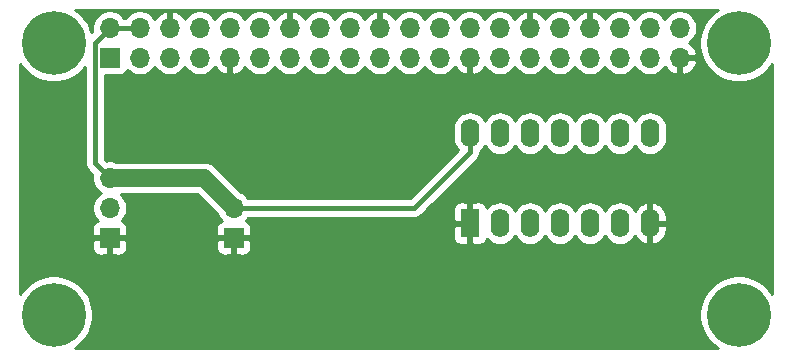
<source format=gbr>
%TF.GenerationSoftware,KiCad,Pcbnew,(5.1.8)-1*%
%TF.CreationDate,2021-09-28T21:47:29+01:00*%
%TF.ProjectId,pixel_pi_hat,70697865-6c5f-4706-995f-6861742e6b69,rev?*%
%TF.SameCoordinates,Original*%
%TF.FileFunction,Copper,L1,Top*%
%TF.FilePolarity,Positive*%
%FSLAX46Y46*%
G04 Gerber Fmt 4.6, Leading zero omitted, Abs format (unit mm)*
G04 Created by KiCad (PCBNEW (5.1.8)-1) date 2021-09-28 21:47:29*
%MOMM*%
%LPD*%
G01*
G04 APERTURE LIST*
%TA.AperFunction,ComponentPad*%
%ADD10C,5.400000*%
%TD*%
%TA.AperFunction,ComponentPad*%
%ADD11O,1.600000X2.400000*%
%TD*%
%TA.AperFunction,ComponentPad*%
%ADD12R,1.600000X2.400000*%
%TD*%
%TA.AperFunction,ComponentPad*%
%ADD13O,1.700000X1.700000*%
%TD*%
%TA.AperFunction,ComponentPad*%
%ADD14R,1.700000X1.700000*%
%TD*%
%TA.AperFunction,Conductor*%
%ADD15C,1.500000*%
%TD*%
%TA.AperFunction,Conductor*%
%ADD16C,0.400000*%
%TD*%
%TA.AperFunction,Conductor*%
%ADD17C,0.254000*%
%TD*%
%TA.AperFunction,Conductor*%
%ADD18C,0.100000*%
%TD*%
G04 APERTURE END LIST*
D10*
%TO.P,H4,1*%
%TO.N,N/C*%
X111500000Y-62000000D03*
%TD*%
%TO.P,H3,1*%
%TO.N,N/C*%
X53500000Y-62000000D03*
%TD*%
%TO.P,H2,1*%
%TO.N,N/C*%
X111500000Y-39000000D03*
%TD*%
%TO.P,H1,1*%
%TO.N,N/C*%
X53500000Y-39000000D03*
%TD*%
D11*
%TO.P,U1,14*%
%TO.N,+5V*%
X88750000Y-46630000D03*
%TO.P,U1,7*%
%TO.N,GND*%
X103990000Y-54250000D03*
%TO.P,U1,13*%
%TO.N,N/C*%
X91290000Y-46630000D03*
%TO.P,U1,6*%
X101450000Y-54250000D03*
%TO.P,U1,12*%
X93830000Y-46630000D03*
%TO.P,U1,5*%
X98910000Y-54250000D03*
%TO.P,U1,11*%
X96370000Y-46630000D03*
%TO.P,U1,4*%
X96370000Y-54250000D03*
%TO.P,U1,10*%
X98910000Y-46630000D03*
%TO.P,U1,3*%
%TO.N,Net-(J2-Pad2)*%
X93830000Y-54250000D03*
%TO.P,U1,9*%
%TO.N,N/C*%
X101450000Y-46630000D03*
%TO.P,U1,2*%
%TO.N,Net-(J3-Pad12)*%
X91290000Y-54250000D03*
%TO.P,U1,8*%
%TO.N,N/C*%
X103990000Y-46630000D03*
D12*
%TO.P,U1,1*%
%TO.N,GND*%
X88750000Y-54250000D03*
%TD*%
D13*
%TO.P,J3,40*%
%TO.N,Net-(J3-Pad40)*%
X106510000Y-37710000D03*
%TO.P,J3,39*%
%TO.N,GND*%
X106510000Y-40250000D03*
%TO.P,J3,38*%
%TO.N,Net-(J3-Pad38)*%
X103970000Y-37710000D03*
%TO.P,J3,37*%
%TO.N,Net-(J3-Pad37)*%
X103970000Y-40250000D03*
%TO.P,J3,36*%
%TO.N,Net-(J3-Pad36)*%
X101430000Y-37710000D03*
%TO.P,J3,35*%
%TO.N,Net-(J3-Pad35)*%
X101430000Y-40250000D03*
%TO.P,J3,34*%
%TO.N,GND*%
X98890000Y-37710000D03*
%TO.P,J3,33*%
%TO.N,Net-(J3-Pad33)*%
X98890000Y-40250000D03*
%TO.P,J3,32*%
%TO.N,Net-(J3-Pad32)*%
X96350000Y-37710000D03*
%TO.P,J3,31*%
%TO.N,Net-(J3-Pad31)*%
X96350000Y-40250000D03*
%TO.P,J3,30*%
%TO.N,GND*%
X93810000Y-37710000D03*
%TO.P,J3,29*%
%TO.N,Net-(J3-Pad29)*%
X93810000Y-40250000D03*
%TO.P,J3,28*%
%TO.N,Net-(J3-Pad28)*%
X91270000Y-37710000D03*
%TO.P,J3,27*%
%TO.N,Net-(J3-Pad27)*%
X91270000Y-40250000D03*
%TO.P,J3,26*%
%TO.N,Net-(J3-Pad26)*%
X88730000Y-37710000D03*
%TO.P,J3,25*%
%TO.N,GND*%
X88730000Y-40250000D03*
%TO.P,J3,24*%
%TO.N,Net-(J3-Pad24)*%
X86190000Y-37710000D03*
%TO.P,J3,23*%
%TO.N,Net-(J3-Pad23)*%
X86190000Y-40250000D03*
%TO.P,J3,22*%
%TO.N,Net-(J3-Pad22)*%
X83650000Y-37710000D03*
%TO.P,J3,21*%
%TO.N,Net-(J3-Pad21)*%
X83650000Y-40250000D03*
%TO.P,J3,20*%
%TO.N,GND*%
X81110000Y-37710000D03*
%TO.P,J3,19*%
%TO.N,Net-(J3-Pad19)*%
X81110000Y-40250000D03*
%TO.P,J3,18*%
%TO.N,Net-(J3-Pad18)*%
X78570000Y-37710000D03*
%TO.P,J3,17*%
%TO.N,Net-(J3-Pad17)*%
X78570000Y-40250000D03*
%TO.P,J3,16*%
%TO.N,Net-(J3-Pad16)*%
X76030000Y-37710000D03*
%TO.P,J3,15*%
%TO.N,Net-(J3-Pad15)*%
X76030000Y-40250000D03*
%TO.P,J3,14*%
%TO.N,GND*%
X73490000Y-37710000D03*
%TO.P,J3,13*%
%TO.N,Net-(J3-Pad13)*%
X73490000Y-40250000D03*
%TO.P,J3,12*%
%TO.N,Net-(J3-Pad12)*%
X70950000Y-37710000D03*
%TO.P,J3,11*%
%TO.N,Net-(J3-Pad11)*%
X70950000Y-40250000D03*
%TO.P,J3,10*%
%TO.N,Net-(J3-Pad10)*%
X68410000Y-37710000D03*
%TO.P,J3,9*%
%TO.N,GND*%
X68410000Y-40250000D03*
%TO.P,J3,8*%
%TO.N,Net-(J3-Pad8)*%
X65870000Y-37710000D03*
%TO.P,J3,7*%
%TO.N,Net-(J3-Pad7)*%
X65870000Y-40250000D03*
%TO.P,J3,6*%
%TO.N,GND*%
X63330000Y-37710000D03*
%TO.P,J3,5*%
%TO.N,Net-(J3-Pad5)*%
X63330000Y-40250000D03*
%TO.P,J3,4*%
%TO.N,+5V*%
X60790000Y-37710000D03*
%TO.P,J3,3*%
%TO.N,Net-(J3-Pad3)*%
X60790000Y-40250000D03*
%TO.P,J3,2*%
%TO.N,+5V*%
X58250000Y-37710000D03*
D14*
%TO.P,J3,1*%
%TO.N,Net-(J3-Pad1)*%
X58250000Y-40250000D03*
%TD*%
D13*
%TO.P,J2,3*%
%TO.N,+5V*%
X58250000Y-50420000D03*
%TO.P,J2,2*%
%TO.N,Net-(J2-Pad2)*%
X58250000Y-52960000D03*
D14*
%TO.P,J2,1*%
%TO.N,GND*%
X58250000Y-55500000D03*
%TD*%
D13*
%TO.P,J1,2*%
%TO.N,+5V*%
X68750000Y-52960000D03*
D14*
%TO.P,J1,1*%
%TO.N,GND*%
X68750000Y-55500000D03*
%TD*%
D15*
%TO.N,+5V*%
X66210000Y-50420000D02*
X68750000Y-52960000D01*
X58250000Y-50420000D02*
X66210000Y-50420000D01*
D16*
X60790000Y-37710000D02*
X58250000Y-37710000D01*
X56999999Y-49169999D02*
X58250000Y-50420000D01*
X56999999Y-38960001D02*
X56999999Y-49169999D01*
X58250000Y-37710000D02*
X56999999Y-38960001D01*
X88750000Y-46630000D02*
X88750000Y-48250000D01*
X84040000Y-52960000D02*
X68750000Y-52960000D01*
X88750000Y-48250000D02*
X84040000Y-52960000D01*
%TD*%
D17*
%TO.N,GND*%
X109374061Y-36409536D02*
X108909536Y-36874061D01*
X108544561Y-37420285D01*
X108293162Y-38027216D01*
X108165000Y-38671531D01*
X108165000Y-39328469D01*
X108293162Y-39972784D01*
X108544561Y-40579715D01*
X108909536Y-41125939D01*
X109374061Y-41590464D01*
X109920285Y-41955439D01*
X110527216Y-42206838D01*
X111171531Y-42335000D01*
X111828469Y-42335000D01*
X112472784Y-42206838D01*
X113079715Y-41955439D01*
X113625939Y-41590464D01*
X114090464Y-41125939D01*
X114315000Y-40789897D01*
X114315001Y-60210104D01*
X114090464Y-59874061D01*
X113625939Y-59409536D01*
X113079715Y-59044561D01*
X112472784Y-58793162D01*
X111828469Y-58665000D01*
X111171531Y-58665000D01*
X110527216Y-58793162D01*
X109920285Y-59044561D01*
X109374061Y-59409536D01*
X108909536Y-59874061D01*
X108544561Y-60420285D01*
X108293162Y-61027216D01*
X108165000Y-61671531D01*
X108165000Y-62328469D01*
X108293162Y-62972784D01*
X108544561Y-63579715D01*
X108909536Y-64125939D01*
X109374061Y-64590464D01*
X109710103Y-64815000D01*
X55289897Y-64815000D01*
X55625939Y-64590464D01*
X56090464Y-64125939D01*
X56455439Y-63579715D01*
X56706838Y-62972784D01*
X56835000Y-62328469D01*
X56835000Y-61671531D01*
X56706838Y-61027216D01*
X56455439Y-60420285D01*
X56090464Y-59874061D01*
X55625939Y-59409536D01*
X55079715Y-59044561D01*
X54472784Y-58793162D01*
X53828469Y-58665000D01*
X53171531Y-58665000D01*
X52527216Y-58793162D01*
X51920285Y-59044561D01*
X51374061Y-59409536D01*
X50909536Y-59874061D01*
X50685000Y-60210103D01*
X50685000Y-56350000D01*
X56761928Y-56350000D01*
X56774188Y-56474482D01*
X56810498Y-56594180D01*
X56869463Y-56704494D01*
X56948815Y-56801185D01*
X57045506Y-56880537D01*
X57155820Y-56939502D01*
X57275518Y-56975812D01*
X57400000Y-56988072D01*
X57964250Y-56985000D01*
X58123000Y-56826250D01*
X58123000Y-55627000D01*
X58377000Y-55627000D01*
X58377000Y-56826250D01*
X58535750Y-56985000D01*
X59100000Y-56988072D01*
X59224482Y-56975812D01*
X59344180Y-56939502D01*
X59454494Y-56880537D01*
X59551185Y-56801185D01*
X59630537Y-56704494D01*
X59689502Y-56594180D01*
X59725812Y-56474482D01*
X59738072Y-56350000D01*
X67261928Y-56350000D01*
X67274188Y-56474482D01*
X67310498Y-56594180D01*
X67369463Y-56704494D01*
X67448815Y-56801185D01*
X67545506Y-56880537D01*
X67655820Y-56939502D01*
X67775518Y-56975812D01*
X67900000Y-56988072D01*
X68464250Y-56985000D01*
X68623000Y-56826250D01*
X68623000Y-55627000D01*
X68877000Y-55627000D01*
X68877000Y-56826250D01*
X69035750Y-56985000D01*
X69600000Y-56988072D01*
X69724482Y-56975812D01*
X69844180Y-56939502D01*
X69954494Y-56880537D01*
X70051185Y-56801185D01*
X70130537Y-56704494D01*
X70189502Y-56594180D01*
X70225812Y-56474482D01*
X70238072Y-56350000D01*
X70235000Y-55785750D01*
X70076250Y-55627000D01*
X68877000Y-55627000D01*
X68623000Y-55627000D01*
X67423750Y-55627000D01*
X67265000Y-55785750D01*
X67261928Y-56350000D01*
X59738072Y-56350000D01*
X59735000Y-55785750D01*
X59576250Y-55627000D01*
X58377000Y-55627000D01*
X58123000Y-55627000D01*
X56923750Y-55627000D01*
X56765000Y-55785750D01*
X56761928Y-56350000D01*
X50685000Y-56350000D01*
X50685000Y-55450000D01*
X87311928Y-55450000D01*
X87324188Y-55574482D01*
X87360498Y-55694180D01*
X87419463Y-55804494D01*
X87498815Y-55901185D01*
X87595506Y-55980537D01*
X87705820Y-56039502D01*
X87825518Y-56075812D01*
X87950000Y-56088072D01*
X88464250Y-56085000D01*
X88623000Y-55926250D01*
X88623000Y-54377000D01*
X87473750Y-54377000D01*
X87315000Y-54535750D01*
X87311928Y-55450000D01*
X50685000Y-55450000D01*
X50685000Y-40789897D01*
X50909536Y-41125939D01*
X51374061Y-41590464D01*
X51920285Y-41955439D01*
X52527216Y-42206838D01*
X53171531Y-42335000D01*
X53828469Y-42335000D01*
X54472784Y-42206838D01*
X55079715Y-41955439D01*
X55625939Y-41590464D01*
X56090464Y-41125939D01*
X56164999Y-41014389D01*
X56165000Y-49128970D01*
X56160959Y-49169999D01*
X56177081Y-49333687D01*
X56224827Y-49491085D01*
X56224828Y-49491086D01*
X56302364Y-49636145D01*
X56406709Y-49763290D01*
X56438573Y-49789440D01*
X56791193Y-50142060D01*
X56765000Y-50273740D01*
X56765000Y-50566260D01*
X56822068Y-50853158D01*
X56934010Y-51123411D01*
X57096525Y-51366632D01*
X57303368Y-51573475D01*
X57477760Y-51690000D01*
X57303368Y-51806525D01*
X57096525Y-52013368D01*
X56934010Y-52256589D01*
X56822068Y-52526842D01*
X56765000Y-52813740D01*
X56765000Y-53106260D01*
X56822068Y-53393158D01*
X56934010Y-53663411D01*
X57096525Y-53906632D01*
X57228380Y-54038487D01*
X57155820Y-54060498D01*
X57045506Y-54119463D01*
X56948815Y-54198815D01*
X56869463Y-54295506D01*
X56810498Y-54405820D01*
X56774188Y-54525518D01*
X56761928Y-54650000D01*
X56765000Y-55214250D01*
X56923750Y-55373000D01*
X58123000Y-55373000D01*
X58123000Y-55353000D01*
X58377000Y-55353000D01*
X58377000Y-55373000D01*
X59576250Y-55373000D01*
X59735000Y-55214250D01*
X59738072Y-54650000D01*
X59725812Y-54525518D01*
X59689502Y-54405820D01*
X59630537Y-54295506D01*
X59551185Y-54198815D01*
X59454494Y-54119463D01*
X59344180Y-54060498D01*
X59271620Y-54038487D01*
X59403475Y-53906632D01*
X59565990Y-53663411D01*
X59677932Y-53393158D01*
X59735000Y-53106260D01*
X59735000Y-52813740D01*
X59677932Y-52526842D01*
X59565990Y-52256589D01*
X59403475Y-52013368D01*
X59196632Y-51806525D01*
X59194350Y-51805000D01*
X65636315Y-51805000D01*
X67391078Y-53559763D01*
X67434010Y-53663411D01*
X67596525Y-53906632D01*
X67728380Y-54038487D01*
X67655820Y-54060498D01*
X67545506Y-54119463D01*
X67448815Y-54198815D01*
X67369463Y-54295506D01*
X67310498Y-54405820D01*
X67274188Y-54525518D01*
X67261928Y-54650000D01*
X67265000Y-55214250D01*
X67423750Y-55373000D01*
X68623000Y-55373000D01*
X68623000Y-55353000D01*
X68877000Y-55353000D01*
X68877000Y-55373000D01*
X70076250Y-55373000D01*
X70235000Y-55214250D01*
X70238072Y-54650000D01*
X70225812Y-54525518D01*
X70189502Y-54405820D01*
X70130537Y-54295506D01*
X70051185Y-54198815D01*
X69954494Y-54119463D01*
X69844180Y-54060498D01*
X69771620Y-54038487D01*
X69903475Y-53906632D01*
X69978065Y-53795000D01*
X83998982Y-53795000D01*
X84040000Y-53799040D01*
X84081018Y-53795000D01*
X84081019Y-53795000D01*
X84203689Y-53782918D01*
X84361087Y-53735172D01*
X84506146Y-53657636D01*
X84633291Y-53553291D01*
X84659446Y-53521421D01*
X85130867Y-53050000D01*
X87311928Y-53050000D01*
X87315000Y-53964250D01*
X87473750Y-54123000D01*
X88623000Y-54123000D01*
X88623000Y-52573750D01*
X88877000Y-52573750D01*
X88877000Y-54123000D01*
X88897000Y-54123000D01*
X88897000Y-54377000D01*
X88877000Y-54377000D01*
X88877000Y-55926250D01*
X89035750Y-56085000D01*
X89550000Y-56088072D01*
X89674482Y-56075812D01*
X89794180Y-56039502D01*
X89904494Y-55980537D01*
X90001185Y-55901185D01*
X90080537Y-55804494D01*
X90139502Y-55694180D01*
X90175812Y-55574482D01*
X90177581Y-55556517D01*
X90270393Y-55669608D01*
X90488900Y-55848932D01*
X90738193Y-55982182D01*
X91008692Y-56064236D01*
X91290000Y-56091943D01*
X91571309Y-56064236D01*
X91841808Y-55982182D01*
X92091101Y-55848932D01*
X92309608Y-55669608D01*
X92488932Y-55451101D01*
X92560000Y-55318142D01*
X92631068Y-55451101D01*
X92810393Y-55669608D01*
X93028900Y-55848932D01*
X93278193Y-55982182D01*
X93548692Y-56064236D01*
X93830000Y-56091943D01*
X94111309Y-56064236D01*
X94381808Y-55982182D01*
X94631101Y-55848932D01*
X94849608Y-55669608D01*
X95028932Y-55451101D01*
X95100000Y-55318142D01*
X95171068Y-55451101D01*
X95350393Y-55669608D01*
X95568900Y-55848932D01*
X95818193Y-55982182D01*
X96088692Y-56064236D01*
X96370000Y-56091943D01*
X96651309Y-56064236D01*
X96921808Y-55982182D01*
X97171101Y-55848932D01*
X97389608Y-55669608D01*
X97568932Y-55451101D01*
X97640000Y-55318142D01*
X97711068Y-55451101D01*
X97890393Y-55669608D01*
X98108900Y-55848932D01*
X98358193Y-55982182D01*
X98628692Y-56064236D01*
X98910000Y-56091943D01*
X99191309Y-56064236D01*
X99461808Y-55982182D01*
X99711101Y-55848932D01*
X99929608Y-55669608D01*
X100108932Y-55451101D01*
X100180000Y-55318142D01*
X100251068Y-55451101D01*
X100430393Y-55669608D01*
X100648900Y-55848932D01*
X100898193Y-55982182D01*
X101168692Y-56064236D01*
X101450000Y-56091943D01*
X101731309Y-56064236D01*
X102001808Y-55982182D01*
X102251101Y-55848932D01*
X102469608Y-55669608D01*
X102648932Y-55451101D01*
X102717265Y-55323259D01*
X102867399Y-55552839D01*
X103065105Y-55754500D01*
X103298354Y-55913715D01*
X103558182Y-56024367D01*
X103640961Y-56041904D01*
X103863000Y-55919915D01*
X103863000Y-54377000D01*
X104117000Y-54377000D01*
X104117000Y-55919915D01*
X104339039Y-56041904D01*
X104421818Y-56024367D01*
X104681646Y-55913715D01*
X104914895Y-55754500D01*
X105112601Y-55552839D01*
X105267166Y-55316483D01*
X105372650Y-55054514D01*
X105425000Y-54777000D01*
X105425000Y-54377000D01*
X104117000Y-54377000D01*
X103863000Y-54377000D01*
X103843000Y-54377000D01*
X103843000Y-54123000D01*
X103863000Y-54123000D01*
X103863000Y-52580085D01*
X104117000Y-52580085D01*
X104117000Y-54123000D01*
X105425000Y-54123000D01*
X105425000Y-53723000D01*
X105372650Y-53445486D01*
X105267166Y-53183517D01*
X105112601Y-52947161D01*
X104914895Y-52745500D01*
X104681646Y-52586285D01*
X104421818Y-52475633D01*
X104339039Y-52458096D01*
X104117000Y-52580085D01*
X103863000Y-52580085D01*
X103640961Y-52458096D01*
X103558182Y-52475633D01*
X103298354Y-52586285D01*
X103065105Y-52745500D01*
X102867399Y-52947161D01*
X102717265Y-53176741D01*
X102648932Y-53048899D01*
X102469607Y-52830392D01*
X102251100Y-52651068D01*
X102001807Y-52517818D01*
X101731308Y-52435764D01*
X101450000Y-52408057D01*
X101168691Y-52435764D01*
X100898192Y-52517818D01*
X100648899Y-52651068D01*
X100430392Y-52830393D01*
X100251068Y-53048900D01*
X100180000Y-53181858D01*
X100108932Y-53048899D01*
X99929607Y-52830392D01*
X99711100Y-52651068D01*
X99461807Y-52517818D01*
X99191308Y-52435764D01*
X98910000Y-52408057D01*
X98628691Y-52435764D01*
X98358192Y-52517818D01*
X98108899Y-52651068D01*
X97890392Y-52830393D01*
X97711068Y-53048900D01*
X97640000Y-53181858D01*
X97568932Y-53048899D01*
X97389607Y-52830392D01*
X97171100Y-52651068D01*
X96921807Y-52517818D01*
X96651308Y-52435764D01*
X96370000Y-52408057D01*
X96088691Y-52435764D01*
X95818192Y-52517818D01*
X95568899Y-52651068D01*
X95350392Y-52830393D01*
X95171068Y-53048900D01*
X95100000Y-53181858D01*
X95028932Y-53048899D01*
X94849607Y-52830392D01*
X94631100Y-52651068D01*
X94381807Y-52517818D01*
X94111308Y-52435764D01*
X93830000Y-52408057D01*
X93548691Y-52435764D01*
X93278192Y-52517818D01*
X93028899Y-52651068D01*
X92810392Y-52830393D01*
X92631068Y-53048900D01*
X92560000Y-53181858D01*
X92488932Y-53048899D01*
X92309607Y-52830392D01*
X92091100Y-52651068D01*
X91841807Y-52517818D01*
X91571308Y-52435764D01*
X91290000Y-52408057D01*
X91008691Y-52435764D01*
X90738192Y-52517818D01*
X90488899Y-52651068D01*
X90270392Y-52830393D01*
X90177581Y-52943483D01*
X90175812Y-52925518D01*
X90139502Y-52805820D01*
X90080537Y-52695506D01*
X90001185Y-52598815D01*
X89904494Y-52519463D01*
X89794180Y-52460498D01*
X89674482Y-52424188D01*
X89550000Y-52411928D01*
X89035750Y-52415000D01*
X88877000Y-52573750D01*
X88623000Y-52573750D01*
X88464250Y-52415000D01*
X87950000Y-52411928D01*
X87825518Y-52424188D01*
X87705820Y-52460498D01*
X87595506Y-52519463D01*
X87498815Y-52598815D01*
X87419463Y-52695506D01*
X87360498Y-52805820D01*
X87324188Y-52925518D01*
X87311928Y-53050000D01*
X85130867Y-53050000D01*
X89311432Y-48869437D01*
X89343291Y-48843291D01*
X89447636Y-48716146D01*
X89525172Y-48571087D01*
X89572918Y-48413689D01*
X89585000Y-48291019D01*
X89589040Y-48250000D01*
X89585000Y-48208982D01*
X89585000Y-48201112D01*
X89769608Y-48049608D01*
X89948932Y-47831101D01*
X90020000Y-47698142D01*
X90091068Y-47831101D01*
X90270393Y-48049608D01*
X90488900Y-48228932D01*
X90738193Y-48362182D01*
X91008692Y-48444236D01*
X91290000Y-48471943D01*
X91571309Y-48444236D01*
X91841808Y-48362182D01*
X92091101Y-48228932D01*
X92309608Y-48049608D01*
X92488932Y-47831101D01*
X92560000Y-47698142D01*
X92631068Y-47831101D01*
X92810393Y-48049608D01*
X93028900Y-48228932D01*
X93278193Y-48362182D01*
X93548692Y-48444236D01*
X93830000Y-48471943D01*
X94111309Y-48444236D01*
X94381808Y-48362182D01*
X94631101Y-48228932D01*
X94849608Y-48049608D01*
X95028932Y-47831101D01*
X95100000Y-47698142D01*
X95171068Y-47831101D01*
X95350393Y-48049608D01*
X95568900Y-48228932D01*
X95818193Y-48362182D01*
X96088692Y-48444236D01*
X96370000Y-48471943D01*
X96651309Y-48444236D01*
X96921808Y-48362182D01*
X97171101Y-48228932D01*
X97389608Y-48049608D01*
X97568932Y-47831101D01*
X97640000Y-47698142D01*
X97711068Y-47831101D01*
X97890393Y-48049608D01*
X98108900Y-48228932D01*
X98358193Y-48362182D01*
X98628692Y-48444236D01*
X98910000Y-48471943D01*
X99191309Y-48444236D01*
X99461808Y-48362182D01*
X99711101Y-48228932D01*
X99929608Y-48049608D01*
X100108932Y-47831101D01*
X100180000Y-47698142D01*
X100251068Y-47831101D01*
X100430393Y-48049608D01*
X100648900Y-48228932D01*
X100898193Y-48362182D01*
X101168692Y-48444236D01*
X101450000Y-48471943D01*
X101731309Y-48444236D01*
X102001808Y-48362182D01*
X102251101Y-48228932D01*
X102469608Y-48049608D01*
X102648932Y-47831101D01*
X102720000Y-47698142D01*
X102791068Y-47831101D01*
X102970393Y-48049608D01*
X103188900Y-48228932D01*
X103438193Y-48362182D01*
X103708692Y-48444236D01*
X103990000Y-48471943D01*
X104271309Y-48444236D01*
X104541808Y-48362182D01*
X104791101Y-48228932D01*
X105009608Y-48049608D01*
X105188932Y-47831101D01*
X105322182Y-47581808D01*
X105404236Y-47311309D01*
X105425000Y-47100491D01*
X105425000Y-46159508D01*
X105404236Y-45948691D01*
X105322182Y-45678192D01*
X105188932Y-45428899D01*
X105009607Y-45210392D01*
X104791100Y-45031068D01*
X104541807Y-44897818D01*
X104271308Y-44815764D01*
X103990000Y-44788057D01*
X103708691Y-44815764D01*
X103438192Y-44897818D01*
X103188899Y-45031068D01*
X102970392Y-45210393D01*
X102791068Y-45428900D01*
X102720000Y-45561858D01*
X102648932Y-45428899D01*
X102469607Y-45210392D01*
X102251100Y-45031068D01*
X102001807Y-44897818D01*
X101731308Y-44815764D01*
X101450000Y-44788057D01*
X101168691Y-44815764D01*
X100898192Y-44897818D01*
X100648899Y-45031068D01*
X100430392Y-45210393D01*
X100251068Y-45428900D01*
X100180000Y-45561858D01*
X100108932Y-45428899D01*
X99929607Y-45210392D01*
X99711100Y-45031068D01*
X99461807Y-44897818D01*
X99191308Y-44815764D01*
X98910000Y-44788057D01*
X98628691Y-44815764D01*
X98358192Y-44897818D01*
X98108899Y-45031068D01*
X97890392Y-45210393D01*
X97711068Y-45428900D01*
X97640000Y-45561858D01*
X97568932Y-45428899D01*
X97389607Y-45210392D01*
X97171100Y-45031068D01*
X96921807Y-44897818D01*
X96651308Y-44815764D01*
X96370000Y-44788057D01*
X96088691Y-44815764D01*
X95818192Y-44897818D01*
X95568899Y-45031068D01*
X95350392Y-45210393D01*
X95171068Y-45428900D01*
X95100000Y-45561858D01*
X95028932Y-45428899D01*
X94849607Y-45210392D01*
X94631100Y-45031068D01*
X94381807Y-44897818D01*
X94111308Y-44815764D01*
X93830000Y-44788057D01*
X93548691Y-44815764D01*
X93278192Y-44897818D01*
X93028899Y-45031068D01*
X92810392Y-45210393D01*
X92631068Y-45428900D01*
X92560000Y-45561858D01*
X92488932Y-45428899D01*
X92309607Y-45210392D01*
X92091100Y-45031068D01*
X91841807Y-44897818D01*
X91571308Y-44815764D01*
X91290000Y-44788057D01*
X91008691Y-44815764D01*
X90738192Y-44897818D01*
X90488899Y-45031068D01*
X90270392Y-45210393D01*
X90091068Y-45428900D01*
X90020000Y-45561858D01*
X89948932Y-45428899D01*
X89769607Y-45210392D01*
X89551100Y-45031068D01*
X89301807Y-44897818D01*
X89031308Y-44815764D01*
X88750000Y-44788057D01*
X88468691Y-44815764D01*
X88198192Y-44897818D01*
X87948899Y-45031068D01*
X87730392Y-45210393D01*
X87551068Y-45428900D01*
X87417818Y-45678193D01*
X87335764Y-45948692D01*
X87315000Y-46159509D01*
X87315000Y-47100492D01*
X87335764Y-47311309D01*
X87417818Y-47581808D01*
X87551068Y-47831101D01*
X87730393Y-48049608D01*
X87751885Y-48067246D01*
X83694133Y-52125000D01*
X69978065Y-52125000D01*
X69903475Y-52013368D01*
X69696632Y-51806525D01*
X69453411Y-51644010D01*
X69349763Y-51601078D01*
X67237454Y-49488769D01*
X67194081Y-49435919D01*
X66983188Y-49262843D01*
X66742581Y-49134236D01*
X66481507Y-49055040D01*
X66278037Y-49035000D01*
X66278029Y-49035000D01*
X66210000Y-49028300D01*
X66141971Y-49035000D01*
X58786805Y-49035000D01*
X58683158Y-48992068D01*
X58396260Y-48935000D01*
X58103740Y-48935000D01*
X57972060Y-48961193D01*
X57834999Y-48824132D01*
X57834999Y-41738072D01*
X59100000Y-41738072D01*
X59224482Y-41725812D01*
X59344180Y-41689502D01*
X59454494Y-41630537D01*
X59551185Y-41551185D01*
X59630537Y-41454494D01*
X59689502Y-41344180D01*
X59711513Y-41271620D01*
X59843368Y-41403475D01*
X60086589Y-41565990D01*
X60356842Y-41677932D01*
X60643740Y-41735000D01*
X60936260Y-41735000D01*
X61223158Y-41677932D01*
X61493411Y-41565990D01*
X61736632Y-41403475D01*
X61943475Y-41196632D01*
X62060000Y-41022240D01*
X62176525Y-41196632D01*
X62383368Y-41403475D01*
X62626589Y-41565990D01*
X62896842Y-41677932D01*
X63183740Y-41735000D01*
X63476260Y-41735000D01*
X63763158Y-41677932D01*
X64033411Y-41565990D01*
X64276632Y-41403475D01*
X64483475Y-41196632D01*
X64600000Y-41022240D01*
X64716525Y-41196632D01*
X64923368Y-41403475D01*
X65166589Y-41565990D01*
X65436842Y-41677932D01*
X65723740Y-41735000D01*
X66016260Y-41735000D01*
X66303158Y-41677932D01*
X66573411Y-41565990D01*
X66816632Y-41403475D01*
X67023475Y-41196632D01*
X67145195Y-41014466D01*
X67214822Y-41131355D01*
X67409731Y-41347588D01*
X67643080Y-41521641D01*
X67905901Y-41646825D01*
X68053110Y-41691476D01*
X68283000Y-41570155D01*
X68283000Y-40377000D01*
X68263000Y-40377000D01*
X68263000Y-40123000D01*
X68283000Y-40123000D01*
X68283000Y-40103000D01*
X68537000Y-40103000D01*
X68537000Y-40123000D01*
X68557000Y-40123000D01*
X68557000Y-40377000D01*
X68537000Y-40377000D01*
X68537000Y-41570155D01*
X68766890Y-41691476D01*
X68914099Y-41646825D01*
X69176920Y-41521641D01*
X69410269Y-41347588D01*
X69605178Y-41131355D01*
X69674805Y-41014466D01*
X69796525Y-41196632D01*
X70003368Y-41403475D01*
X70246589Y-41565990D01*
X70516842Y-41677932D01*
X70803740Y-41735000D01*
X71096260Y-41735000D01*
X71383158Y-41677932D01*
X71653411Y-41565990D01*
X71896632Y-41403475D01*
X72103475Y-41196632D01*
X72220000Y-41022240D01*
X72336525Y-41196632D01*
X72543368Y-41403475D01*
X72786589Y-41565990D01*
X73056842Y-41677932D01*
X73343740Y-41735000D01*
X73636260Y-41735000D01*
X73923158Y-41677932D01*
X74193411Y-41565990D01*
X74436632Y-41403475D01*
X74643475Y-41196632D01*
X74760000Y-41022240D01*
X74876525Y-41196632D01*
X75083368Y-41403475D01*
X75326589Y-41565990D01*
X75596842Y-41677932D01*
X75883740Y-41735000D01*
X76176260Y-41735000D01*
X76463158Y-41677932D01*
X76733411Y-41565990D01*
X76976632Y-41403475D01*
X77183475Y-41196632D01*
X77300000Y-41022240D01*
X77416525Y-41196632D01*
X77623368Y-41403475D01*
X77866589Y-41565990D01*
X78136842Y-41677932D01*
X78423740Y-41735000D01*
X78716260Y-41735000D01*
X79003158Y-41677932D01*
X79273411Y-41565990D01*
X79516632Y-41403475D01*
X79723475Y-41196632D01*
X79840000Y-41022240D01*
X79956525Y-41196632D01*
X80163368Y-41403475D01*
X80406589Y-41565990D01*
X80676842Y-41677932D01*
X80963740Y-41735000D01*
X81256260Y-41735000D01*
X81543158Y-41677932D01*
X81813411Y-41565990D01*
X82056632Y-41403475D01*
X82263475Y-41196632D01*
X82380000Y-41022240D01*
X82496525Y-41196632D01*
X82703368Y-41403475D01*
X82946589Y-41565990D01*
X83216842Y-41677932D01*
X83503740Y-41735000D01*
X83796260Y-41735000D01*
X84083158Y-41677932D01*
X84353411Y-41565990D01*
X84596632Y-41403475D01*
X84803475Y-41196632D01*
X84920000Y-41022240D01*
X85036525Y-41196632D01*
X85243368Y-41403475D01*
X85486589Y-41565990D01*
X85756842Y-41677932D01*
X86043740Y-41735000D01*
X86336260Y-41735000D01*
X86623158Y-41677932D01*
X86893411Y-41565990D01*
X87136632Y-41403475D01*
X87343475Y-41196632D01*
X87465195Y-41014466D01*
X87534822Y-41131355D01*
X87729731Y-41347588D01*
X87963080Y-41521641D01*
X88225901Y-41646825D01*
X88373110Y-41691476D01*
X88603000Y-41570155D01*
X88603000Y-40377000D01*
X88583000Y-40377000D01*
X88583000Y-40123000D01*
X88603000Y-40123000D01*
X88603000Y-40103000D01*
X88857000Y-40103000D01*
X88857000Y-40123000D01*
X88877000Y-40123000D01*
X88877000Y-40377000D01*
X88857000Y-40377000D01*
X88857000Y-41570155D01*
X89086890Y-41691476D01*
X89234099Y-41646825D01*
X89496920Y-41521641D01*
X89730269Y-41347588D01*
X89925178Y-41131355D01*
X89994805Y-41014466D01*
X90116525Y-41196632D01*
X90323368Y-41403475D01*
X90566589Y-41565990D01*
X90836842Y-41677932D01*
X91123740Y-41735000D01*
X91416260Y-41735000D01*
X91703158Y-41677932D01*
X91973411Y-41565990D01*
X92216632Y-41403475D01*
X92423475Y-41196632D01*
X92540000Y-41022240D01*
X92656525Y-41196632D01*
X92863368Y-41403475D01*
X93106589Y-41565990D01*
X93376842Y-41677932D01*
X93663740Y-41735000D01*
X93956260Y-41735000D01*
X94243158Y-41677932D01*
X94513411Y-41565990D01*
X94756632Y-41403475D01*
X94963475Y-41196632D01*
X95080000Y-41022240D01*
X95196525Y-41196632D01*
X95403368Y-41403475D01*
X95646589Y-41565990D01*
X95916842Y-41677932D01*
X96203740Y-41735000D01*
X96496260Y-41735000D01*
X96783158Y-41677932D01*
X97053411Y-41565990D01*
X97296632Y-41403475D01*
X97503475Y-41196632D01*
X97620000Y-41022240D01*
X97736525Y-41196632D01*
X97943368Y-41403475D01*
X98186589Y-41565990D01*
X98456842Y-41677932D01*
X98743740Y-41735000D01*
X99036260Y-41735000D01*
X99323158Y-41677932D01*
X99593411Y-41565990D01*
X99836632Y-41403475D01*
X100043475Y-41196632D01*
X100160000Y-41022240D01*
X100276525Y-41196632D01*
X100483368Y-41403475D01*
X100726589Y-41565990D01*
X100996842Y-41677932D01*
X101283740Y-41735000D01*
X101576260Y-41735000D01*
X101863158Y-41677932D01*
X102133411Y-41565990D01*
X102376632Y-41403475D01*
X102583475Y-41196632D01*
X102700000Y-41022240D01*
X102816525Y-41196632D01*
X103023368Y-41403475D01*
X103266589Y-41565990D01*
X103536842Y-41677932D01*
X103823740Y-41735000D01*
X104116260Y-41735000D01*
X104403158Y-41677932D01*
X104673411Y-41565990D01*
X104916632Y-41403475D01*
X105123475Y-41196632D01*
X105245195Y-41014466D01*
X105314822Y-41131355D01*
X105509731Y-41347588D01*
X105743080Y-41521641D01*
X106005901Y-41646825D01*
X106153110Y-41691476D01*
X106383000Y-41570155D01*
X106383000Y-40377000D01*
X106637000Y-40377000D01*
X106637000Y-41570155D01*
X106866890Y-41691476D01*
X107014099Y-41646825D01*
X107276920Y-41521641D01*
X107510269Y-41347588D01*
X107705178Y-41131355D01*
X107854157Y-40881252D01*
X107951481Y-40606891D01*
X107830814Y-40377000D01*
X106637000Y-40377000D01*
X106383000Y-40377000D01*
X106363000Y-40377000D01*
X106363000Y-40123000D01*
X106383000Y-40123000D01*
X106383000Y-40103000D01*
X106637000Y-40103000D01*
X106637000Y-40123000D01*
X107830814Y-40123000D01*
X107951481Y-39893109D01*
X107854157Y-39618748D01*
X107705178Y-39368645D01*
X107510269Y-39152412D01*
X107280594Y-38981100D01*
X107456632Y-38863475D01*
X107663475Y-38656632D01*
X107825990Y-38413411D01*
X107937932Y-38143158D01*
X107995000Y-37856260D01*
X107995000Y-37563740D01*
X107937932Y-37276842D01*
X107825990Y-37006589D01*
X107663475Y-36763368D01*
X107456632Y-36556525D01*
X107213411Y-36394010D01*
X106943158Y-36282068D01*
X106656260Y-36225000D01*
X106363740Y-36225000D01*
X106076842Y-36282068D01*
X105806589Y-36394010D01*
X105563368Y-36556525D01*
X105356525Y-36763368D01*
X105240000Y-36937760D01*
X105123475Y-36763368D01*
X104916632Y-36556525D01*
X104673411Y-36394010D01*
X104403158Y-36282068D01*
X104116260Y-36225000D01*
X103823740Y-36225000D01*
X103536842Y-36282068D01*
X103266589Y-36394010D01*
X103023368Y-36556525D01*
X102816525Y-36763368D01*
X102700000Y-36937760D01*
X102583475Y-36763368D01*
X102376632Y-36556525D01*
X102133411Y-36394010D01*
X101863158Y-36282068D01*
X101576260Y-36225000D01*
X101283740Y-36225000D01*
X100996842Y-36282068D01*
X100726589Y-36394010D01*
X100483368Y-36556525D01*
X100276525Y-36763368D01*
X100154805Y-36945534D01*
X100085178Y-36828645D01*
X99890269Y-36612412D01*
X99656920Y-36438359D01*
X99394099Y-36313175D01*
X99246890Y-36268524D01*
X99017000Y-36389845D01*
X99017000Y-37583000D01*
X99037000Y-37583000D01*
X99037000Y-37837000D01*
X99017000Y-37837000D01*
X99017000Y-37857000D01*
X98763000Y-37857000D01*
X98763000Y-37837000D01*
X98743000Y-37837000D01*
X98743000Y-37583000D01*
X98763000Y-37583000D01*
X98763000Y-36389845D01*
X98533110Y-36268524D01*
X98385901Y-36313175D01*
X98123080Y-36438359D01*
X97889731Y-36612412D01*
X97694822Y-36828645D01*
X97625195Y-36945534D01*
X97503475Y-36763368D01*
X97296632Y-36556525D01*
X97053411Y-36394010D01*
X96783158Y-36282068D01*
X96496260Y-36225000D01*
X96203740Y-36225000D01*
X95916842Y-36282068D01*
X95646589Y-36394010D01*
X95403368Y-36556525D01*
X95196525Y-36763368D01*
X95074805Y-36945534D01*
X95005178Y-36828645D01*
X94810269Y-36612412D01*
X94576920Y-36438359D01*
X94314099Y-36313175D01*
X94166890Y-36268524D01*
X93937000Y-36389845D01*
X93937000Y-37583000D01*
X93957000Y-37583000D01*
X93957000Y-37837000D01*
X93937000Y-37837000D01*
X93937000Y-37857000D01*
X93683000Y-37857000D01*
X93683000Y-37837000D01*
X93663000Y-37837000D01*
X93663000Y-37583000D01*
X93683000Y-37583000D01*
X93683000Y-36389845D01*
X93453110Y-36268524D01*
X93305901Y-36313175D01*
X93043080Y-36438359D01*
X92809731Y-36612412D01*
X92614822Y-36828645D01*
X92545195Y-36945534D01*
X92423475Y-36763368D01*
X92216632Y-36556525D01*
X91973411Y-36394010D01*
X91703158Y-36282068D01*
X91416260Y-36225000D01*
X91123740Y-36225000D01*
X90836842Y-36282068D01*
X90566589Y-36394010D01*
X90323368Y-36556525D01*
X90116525Y-36763368D01*
X90000000Y-36937760D01*
X89883475Y-36763368D01*
X89676632Y-36556525D01*
X89433411Y-36394010D01*
X89163158Y-36282068D01*
X88876260Y-36225000D01*
X88583740Y-36225000D01*
X88296842Y-36282068D01*
X88026589Y-36394010D01*
X87783368Y-36556525D01*
X87576525Y-36763368D01*
X87460000Y-36937760D01*
X87343475Y-36763368D01*
X87136632Y-36556525D01*
X86893411Y-36394010D01*
X86623158Y-36282068D01*
X86336260Y-36225000D01*
X86043740Y-36225000D01*
X85756842Y-36282068D01*
X85486589Y-36394010D01*
X85243368Y-36556525D01*
X85036525Y-36763368D01*
X84920000Y-36937760D01*
X84803475Y-36763368D01*
X84596632Y-36556525D01*
X84353411Y-36394010D01*
X84083158Y-36282068D01*
X83796260Y-36225000D01*
X83503740Y-36225000D01*
X83216842Y-36282068D01*
X82946589Y-36394010D01*
X82703368Y-36556525D01*
X82496525Y-36763368D01*
X82374805Y-36945534D01*
X82305178Y-36828645D01*
X82110269Y-36612412D01*
X81876920Y-36438359D01*
X81614099Y-36313175D01*
X81466890Y-36268524D01*
X81237000Y-36389845D01*
X81237000Y-37583000D01*
X81257000Y-37583000D01*
X81257000Y-37837000D01*
X81237000Y-37837000D01*
X81237000Y-37857000D01*
X80983000Y-37857000D01*
X80983000Y-37837000D01*
X80963000Y-37837000D01*
X80963000Y-37583000D01*
X80983000Y-37583000D01*
X80983000Y-36389845D01*
X80753110Y-36268524D01*
X80605901Y-36313175D01*
X80343080Y-36438359D01*
X80109731Y-36612412D01*
X79914822Y-36828645D01*
X79845195Y-36945534D01*
X79723475Y-36763368D01*
X79516632Y-36556525D01*
X79273411Y-36394010D01*
X79003158Y-36282068D01*
X78716260Y-36225000D01*
X78423740Y-36225000D01*
X78136842Y-36282068D01*
X77866589Y-36394010D01*
X77623368Y-36556525D01*
X77416525Y-36763368D01*
X77300000Y-36937760D01*
X77183475Y-36763368D01*
X76976632Y-36556525D01*
X76733411Y-36394010D01*
X76463158Y-36282068D01*
X76176260Y-36225000D01*
X75883740Y-36225000D01*
X75596842Y-36282068D01*
X75326589Y-36394010D01*
X75083368Y-36556525D01*
X74876525Y-36763368D01*
X74754805Y-36945534D01*
X74685178Y-36828645D01*
X74490269Y-36612412D01*
X74256920Y-36438359D01*
X73994099Y-36313175D01*
X73846890Y-36268524D01*
X73617000Y-36389845D01*
X73617000Y-37583000D01*
X73637000Y-37583000D01*
X73637000Y-37837000D01*
X73617000Y-37837000D01*
X73617000Y-37857000D01*
X73363000Y-37857000D01*
X73363000Y-37837000D01*
X73343000Y-37837000D01*
X73343000Y-37583000D01*
X73363000Y-37583000D01*
X73363000Y-36389845D01*
X73133110Y-36268524D01*
X72985901Y-36313175D01*
X72723080Y-36438359D01*
X72489731Y-36612412D01*
X72294822Y-36828645D01*
X72225195Y-36945534D01*
X72103475Y-36763368D01*
X71896632Y-36556525D01*
X71653411Y-36394010D01*
X71383158Y-36282068D01*
X71096260Y-36225000D01*
X70803740Y-36225000D01*
X70516842Y-36282068D01*
X70246589Y-36394010D01*
X70003368Y-36556525D01*
X69796525Y-36763368D01*
X69680000Y-36937760D01*
X69563475Y-36763368D01*
X69356632Y-36556525D01*
X69113411Y-36394010D01*
X68843158Y-36282068D01*
X68556260Y-36225000D01*
X68263740Y-36225000D01*
X67976842Y-36282068D01*
X67706589Y-36394010D01*
X67463368Y-36556525D01*
X67256525Y-36763368D01*
X67140000Y-36937760D01*
X67023475Y-36763368D01*
X66816632Y-36556525D01*
X66573411Y-36394010D01*
X66303158Y-36282068D01*
X66016260Y-36225000D01*
X65723740Y-36225000D01*
X65436842Y-36282068D01*
X65166589Y-36394010D01*
X64923368Y-36556525D01*
X64716525Y-36763368D01*
X64594805Y-36945534D01*
X64525178Y-36828645D01*
X64330269Y-36612412D01*
X64096920Y-36438359D01*
X63834099Y-36313175D01*
X63686890Y-36268524D01*
X63457000Y-36389845D01*
X63457000Y-37583000D01*
X63477000Y-37583000D01*
X63477000Y-37837000D01*
X63457000Y-37837000D01*
X63457000Y-37857000D01*
X63203000Y-37857000D01*
X63203000Y-37837000D01*
X63183000Y-37837000D01*
X63183000Y-37583000D01*
X63203000Y-37583000D01*
X63203000Y-36389845D01*
X62973110Y-36268524D01*
X62825901Y-36313175D01*
X62563080Y-36438359D01*
X62329731Y-36612412D01*
X62134822Y-36828645D01*
X62065195Y-36945534D01*
X61943475Y-36763368D01*
X61736632Y-36556525D01*
X61493411Y-36394010D01*
X61223158Y-36282068D01*
X60936260Y-36225000D01*
X60643740Y-36225000D01*
X60356842Y-36282068D01*
X60086589Y-36394010D01*
X59843368Y-36556525D01*
X59636525Y-36763368D01*
X59561935Y-36875000D01*
X59478065Y-36875000D01*
X59403475Y-36763368D01*
X59196632Y-36556525D01*
X58953411Y-36394010D01*
X58683158Y-36282068D01*
X58396260Y-36225000D01*
X58103740Y-36225000D01*
X57816842Y-36282068D01*
X57546589Y-36394010D01*
X57303368Y-36556525D01*
X57096525Y-36763368D01*
X56934010Y-37006589D01*
X56822068Y-37276842D01*
X56765000Y-37563740D01*
X56765000Y-37856260D01*
X56791193Y-37987940D01*
X56714317Y-38064816D01*
X56706838Y-38027216D01*
X56455439Y-37420285D01*
X56090464Y-36874061D01*
X55625939Y-36409536D01*
X55289897Y-36185000D01*
X109710103Y-36185000D01*
X109374061Y-36409536D01*
%TA.AperFunction,Conductor*%
D18*
G36*
X109374061Y-36409536D02*
G01*
X108909536Y-36874061D01*
X108544561Y-37420285D01*
X108293162Y-38027216D01*
X108165000Y-38671531D01*
X108165000Y-39328469D01*
X108293162Y-39972784D01*
X108544561Y-40579715D01*
X108909536Y-41125939D01*
X109374061Y-41590464D01*
X109920285Y-41955439D01*
X110527216Y-42206838D01*
X111171531Y-42335000D01*
X111828469Y-42335000D01*
X112472784Y-42206838D01*
X113079715Y-41955439D01*
X113625939Y-41590464D01*
X114090464Y-41125939D01*
X114315000Y-40789897D01*
X114315001Y-60210104D01*
X114090464Y-59874061D01*
X113625939Y-59409536D01*
X113079715Y-59044561D01*
X112472784Y-58793162D01*
X111828469Y-58665000D01*
X111171531Y-58665000D01*
X110527216Y-58793162D01*
X109920285Y-59044561D01*
X109374061Y-59409536D01*
X108909536Y-59874061D01*
X108544561Y-60420285D01*
X108293162Y-61027216D01*
X108165000Y-61671531D01*
X108165000Y-62328469D01*
X108293162Y-62972784D01*
X108544561Y-63579715D01*
X108909536Y-64125939D01*
X109374061Y-64590464D01*
X109710103Y-64815000D01*
X55289897Y-64815000D01*
X55625939Y-64590464D01*
X56090464Y-64125939D01*
X56455439Y-63579715D01*
X56706838Y-62972784D01*
X56835000Y-62328469D01*
X56835000Y-61671531D01*
X56706838Y-61027216D01*
X56455439Y-60420285D01*
X56090464Y-59874061D01*
X55625939Y-59409536D01*
X55079715Y-59044561D01*
X54472784Y-58793162D01*
X53828469Y-58665000D01*
X53171531Y-58665000D01*
X52527216Y-58793162D01*
X51920285Y-59044561D01*
X51374061Y-59409536D01*
X50909536Y-59874061D01*
X50685000Y-60210103D01*
X50685000Y-56350000D01*
X56761928Y-56350000D01*
X56774188Y-56474482D01*
X56810498Y-56594180D01*
X56869463Y-56704494D01*
X56948815Y-56801185D01*
X57045506Y-56880537D01*
X57155820Y-56939502D01*
X57275518Y-56975812D01*
X57400000Y-56988072D01*
X57964250Y-56985000D01*
X58123000Y-56826250D01*
X58123000Y-55627000D01*
X58377000Y-55627000D01*
X58377000Y-56826250D01*
X58535750Y-56985000D01*
X59100000Y-56988072D01*
X59224482Y-56975812D01*
X59344180Y-56939502D01*
X59454494Y-56880537D01*
X59551185Y-56801185D01*
X59630537Y-56704494D01*
X59689502Y-56594180D01*
X59725812Y-56474482D01*
X59738072Y-56350000D01*
X67261928Y-56350000D01*
X67274188Y-56474482D01*
X67310498Y-56594180D01*
X67369463Y-56704494D01*
X67448815Y-56801185D01*
X67545506Y-56880537D01*
X67655820Y-56939502D01*
X67775518Y-56975812D01*
X67900000Y-56988072D01*
X68464250Y-56985000D01*
X68623000Y-56826250D01*
X68623000Y-55627000D01*
X68877000Y-55627000D01*
X68877000Y-56826250D01*
X69035750Y-56985000D01*
X69600000Y-56988072D01*
X69724482Y-56975812D01*
X69844180Y-56939502D01*
X69954494Y-56880537D01*
X70051185Y-56801185D01*
X70130537Y-56704494D01*
X70189502Y-56594180D01*
X70225812Y-56474482D01*
X70238072Y-56350000D01*
X70235000Y-55785750D01*
X70076250Y-55627000D01*
X68877000Y-55627000D01*
X68623000Y-55627000D01*
X67423750Y-55627000D01*
X67265000Y-55785750D01*
X67261928Y-56350000D01*
X59738072Y-56350000D01*
X59735000Y-55785750D01*
X59576250Y-55627000D01*
X58377000Y-55627000D01*
X58123000Y-55627000D01*
X56923750Y-55627000D01*
X56765000Y-55785750D01*
X56761928Y-56350000D01*
X50685000Y-56350000D01*
X50685000Y-55450000D01*
X87311928Y-55450000D01*
X87324188Y-55574482D01*
X87360498Y-55694180D01*
X87419463Y-55804494D01*
X87498815Y-55901185D01*
X87595506Y-55980537D01*
X87705820Y-56039502D01*
X87825518Y-56075812D01*
X87950000Y-56088072D01*
X88464250Y-56085000D01*
X88623000Y-55926250D01*
X88623000Y-54377000D01*
X87473750Y-54377000D01*
X87315000Y-54535750D01*
X87311928Y-55450000D01*
X50685000Y-55450000D01*
X50685000Y-40789897D01*
X50909536Y-41125939D01*
X51374061Y-41590464D01*
X51920285Y-41955439D01*
X52527216Y-42206838D01*
X53171531Y-42335000D01*
X53828469Y-42335000D01*
X54472784Y-42206838D01*
X55079715Y-41955439D01*
X55625939Y-41590464D01*
X56090464Y-41125939D01*
X56164999Y-41014389D01*
X56165000Y-49128970D01*
X56160959Y-49169999D01*
X56177081Y-49333687D01*
X56224827Y-49491085D01*
X56224828Y-49491086D01*
X56302364Y-49636145D01*
X56406709Y-49763290D01*
X56438573Y-49789440D01*
X56791193Y-50142060D01*
X56765000Y-50273740D01*
X56765000Y-50566260D01*
X56822068Y-50853158D01*
X56934010Y-51123411D01*
X57096525Y-51366632D01*
X57303368Y-51573475D01*
X57477760Y-51690000D01*
X57303368Y-51806525D01*
X57096525Y-52013368D01*
X56934010Y-52256589D01*
X56822068Y-52526842D01*
X56765000Y-52813740D01*
X56765000Y-53106260D01*
X56822068Y-53393158D01*
X56934010Y-53663411D01*
X57096525Y-53906632D01*
X57228380Y-54038487D01*
X57155820Y-54060498D01*
X57045506Y-54119463D01*
X56948815Y-54198815D01*
X56869463Y-54295506D01*
X56810498Y-54405820D01*
X56774188Y-54525518D01*
X56761928Y-54650000D01*
X56765000Y-55214250D01*
X56923750Y-55373000D01*
X58123000Y-55373000D01*
X58123000Y-55353000D01*
X58377000Y-55353000D01*
X58377000Y-55373000D01*
X59576250Y-55373000D01*
X59735000Y-55214250D01*
X59738072Y-54650000D01*
X59725812Y-54525518D01*
X59689502Y-54405820D01*
X59630537Y-54295506D01*
X59551185Y-54198815D01*
X59454494Y-54119463D01*
X59344180Y-54060498D01*
X59271620Y-54038487D01*
X59403475Y-53906632D01*
X59565990Y-53663411D01*
X59677932Y-53393158D01*
X59735000Y-53106260D01*
X59735000Y-52813740D01*
X59677932Y-52526842D01*
X59565990Y-52256589D01*
X59403475Y-52013368D01*
X59196632Y-51806525D01*
X59194350Y-51805000D01*
X65636315Y-51805000D01*
X67391078Y-53559763D01*
X67434010Y-53663411D01*
X67596525Y-53906632D01*
X67728380Y-54038487D01*
X67655820Y-54060498D01*
X67545506Y-54119463D01*
X67448815Y-54198815D01*
X67369463Y-54295506D01*
X67310498Y-54405820D01*
X67274188Y-54525518D01*
X67261928Y-54650000D01*
X67265000Y-55214250D01*
X67423750Y-55373000D01*
X68623000Y-55373000D01*
X68623000Y-55353000D01*
X68877000Y-55353000D01*
X68877000Y-55373000D01*
X70076250Y-55373000D01*
X70235000Y-55214250D01*
X70238072Y-54650000D01*
X70225812Y-54525518D01*
X70189502Y-54405820D01*
X70130537Y-54295506D01*
X70051185Y-54198815D01*
X69954494Y-54119463D01*
X69844180Y-54060498D01*
X69771620Y-54038487D01*
X69903475Y-53906632D01*
X69978065Y-53795000D01*
X83998982Y-53795000D01*
X84040000Y-53799040D01*
X84081018Y-53795000D01*
X84081019Y-53795000D01*
X84203689Y-53782918D01*
X84361087Y-53735172D01*
X84506146Y-53657636D01*
X84633291Y-53553291D01*
X84659446Y-53521421D01*
X85130867Y-53050000D01*
X87311928Y-53050000D01*
X87315000Y-53964250D01*
X87473750Y-54123000D01*
X88623000Y-54123000D01*
X88623000Y-52573750D01*
X88877000Y-52573750D01*
X88877000Y-54123000D01*
X88897000Y-54123000D01*
X88897000Y-54377000D01*
X88877000Y-54377000D01*
X88877000Y-55926250D01*
X89035750Y-56085000D01*
X89550000Y-56088072D01*
X89674482Y-56075812D01*
X89794180Y-56039502D01*
X89904494Y-55980537D01*
X90001185Y-55901185D01*
X90080537Y-55804494D01*
X90139502Y-55694180D01*
X90175812Y-55574482D01*
X90177581Y-55556517D01*
X90270393Y-55669608D01*
X90488900Y-55848932D01*
X90738193Y-55982182D01*
X91008692Y-56064236D01*
X91290000Y-56091943D01*
X91571309Y-56064236D01*
X91841808Y-55982182D01*
X92091101Y-55848932D01*
X92309608Y-55669608D01*
X92488932Y-55451101D01*
X92560000Y-55318142D01*
X92631068Y-55451101D01*
X92810393Y-55669608D01*
X93028900Y-55848932D01*
X93278193Y-55982182D01*
X93548692Y-56064236D01*
X93830000Y-56091943D01*
X94111309Y-56064236D01*
X94381808Y-55982182D01*
X94631101Y-55848932D01*
X94849608Y-55669608D01*
X95028932Y-55451101D01*
X95100000Y-55318142D01*
X95171068Y-55451101D01*
X95350393Y-55669608D01*
X95568900Y-55848932D01*
X95818193Y-55982182D01*
X96088692Y-56064236D01*
X96370000Y-56091943D01*
X96651309Y-56064236D01*
X96921808Y-55982182D01*
X97171101Y-55848932D01*
X97389608Y-55669608D01*
X97568932Y-55451101D01*
X97640000Y-55318142D01*
X97711068Y-55451101D01*
X97890393Y-55669608D01*
X98108900Y-55848932D01*
X98358193Y-55982182D01*
X98628692Y-56064236D01*
X98910000Y-56091943D01*
X99191309Y-56064236D01*
X99461808Y-55982182D01*
X99711101Y-55848932D01*
X99929608Y-55669608D01*
X100108932Y-55451101D01*
X100180000Y-55318142D01*
X100251068Y-55451101D01*
X100430393Y-55669608D01*
X100648900Y-55848932D01*
X100898193Y-55982182D01*
X101168692Y-56064236D01*
X101450000Y-56091943D01*
X101731309Y-56064236D01*
X102001808Y-55982182D01*
X102251101Y-55848932D01*
X102469608Y-55669608D01*
X102648932Y-55451101D01*
X102717265Y-55323259D01*
X102867399Y-55552839D01*
X103065105Y-55754500D01*
X103298354Y-55913715D01*
X103558182Y-56024367D01*
X103640961Y-56041904D01*
X103863000Y-55919915D01*
X103863000Y-54377000D01*
X104117000Y-54377000D01*
X104117000Y-55919915D01*
X104339039Y-56041904D01*
X104421818Y-56024367D01*
X104681646Y-55913715D01*
X104914895Y-55754500D01*
X105112601Y-55552839D01*
X105267166Y-55316483D01*
X105372650Y-55054514D01*
X105425000Y-54777000D01*
X105425000Y-54377000D01*
X104117000Y-54377000D01*
X103863000Y-54377000D01*
X103843000Y-54377000D01*
X103843000Y-54123000D01*
X103863000Y-54123000D01*
X103863000Y-52580085D01*
X104117000Y-52580085D01*
X104117000Y-54123000D01*
X105425000Y-54123000D01*
X105425000Y-53723000D01*
X105372650Y-53445486D01*
X105267166Y-53183517D01*
X105112601Y-52947161D01*
X104914895Y-52745500D01*
X104681646Y-52586285D01*
X104421818Y-52475633D01*
X104339039Y-52458096D01*
X104117000Y-52580085D01*
X103863000Y-52580085D01*
X103640961Y-52458096D01*
X103558182Y-52475633D01*
X103298354Y-52586285D01*
X103065105Y-52745500D01*
X102867399Y-52947161D01*
X102717265Y-53176741D01*
X102648932Y-53048899D01*
X102469607Y-52830392D01*
X102251100Y-52651068D01*
X102001807Y-52517818D01*
X101731308Y-52435764D01*
X101450000Y-52408057D01*
X101168691Y-52435764D01*
X100898192Y-52517818D01*
X100648899Y-52651068D01*
X100430392Y-52830393D01*
X100251068Y-53048900D01*
X100180000Y-53181858D01*
X100108932Y-53048899D01*
X99929607Y-52830392D01*
X99711100Y-52651068D01*
X99461807Y-52517818D01*
X99191308Y-52435764D01*
X98910000Y-52408057D01*
X98628691Y-52435764D01*
X98358192Y-52517818D01*
X98108899Y-52651068D01*
X97890392Y-52830393D01*
X97711068Y-53048900D01*
X97640000Y-53181858D01*
X97568932Y-53048899D01*
X97389607Y-52830392D01*
X97171100Y-52651068D01*
X96921807Y-52517818D01*
X96651308Y-52435764D01*
X96370000Y-52408057D01*
X96088691Y-52435764D01*
X95818192Y-52517818D01*
X95568899Y-52651068D01*
X95350392Y-52830393D01*
X95171068Y-53048900D01*
X95100000Y-53181858D01*
X95028932Y-53048899D01*
X94849607Y-52830392D01*
X94631100Y-52651068D01*
X94381807Y-52517818D01*
X94111308Y-52435764D01*
X93830000Y-52408057D01*
X93548691Y-52435764D01*
X93278192Y-52517818D01*
X93028899Y-52651068D01*
X92810392Y-52830393D01*
X92631068Y-53048900D01*
X92560000Y-53181858D01*
X92488932Y-53048899D01*
X92309607Y-52830392D01*
X92091100Y-52651068D01*
X91841807Y-52517818D01*
X91571308Y-52435764D01*
X91290000Y-52408057D01*
X91008691Y-52435764D01*
X90738192Y-52517818D01*
X90488899Y-52651068D01*
X90270392Y-52830393D01*
X90177581Y-52943483D01*
X90175812Y-52925518D01*
X90139502Y-52805820D01*
X90080537Y-52695506D01*
X90001185Y-52598815D01*
X89904494Y-52519463D01*
X89794180Y-52460498D01*
X89674482Y-52424188D01*
X89550000Y-52411928D01*
X89035750Y-52415000D01*
X88877000Y-52573750D01*
X88623000Y-52573750D01*
X88464250Y-52415000D01*
X87950000Y-52411928D01*
X87825518Y-52424188D01*
X87705820Y-52460498D01*
X87595506Y-52519463D01*
X87498815Y-52598815D01*
X87419463Y-52695506D01*
X87360498Y-52805820D01*
X87324188Y-52925518D01*
X87311928Y-53050000D01*
X85130867Y-53050000D01*
X89311432Y-48869437D01*
X89343291Y-48843291D01*
X89447636Y-48716146D01*
X89525172Y-48571087D01*
X89572918Y-48413689D01*
X89585000Y-48291019D01*
X89589040Y-48250000D01*
X89585000Y-48208982D01*
X89585000Y-48201112D01*
X89769608Y-48049608D01*
X89948932Y-47831101D01*
X90020000Y-47698142D01*
X90091068Y-47831101D01*
X90270393Y-48049608D01*
X90488900Y-48228932D01*
X90738193Y-48362182D01*
X91008692Y-48444236D01*
X91290000Y-48471943D01*
X91571309Y-48444236D01*
X91841808Y-48362182D01*
X92091101Y-48228932D01*
X92309608Y-48049608D01*
X92488932Y-47831101D01*
X92560000Y-47698142D01*
X92631068Y-47831101D01*
X92810393Y-48049608D01*
X93028900Y-48228932D01*
X93278193Y-48362182D01*
X93548692Y-48444236D01*
X93830000Y-48471943D01*
X94111309Y-48444236D01*
X94381808Y-48362182D01*
X94631101Y-48228932D01*
X94849608Y-48049608D01*
X95028932Y-47831101D01*
X95100000Y-47698142D01*
X95171068Y-47831101D01*
X95350393Y-48049608D01*
X95568900Y-48228932D01*
X95818193Y-48362182D01*
X96088692Y-48444236D01*
X96370000Y-48471943D01*
X96651309Y-48444236D01*
X96921808Y-48362182D01*
X97171101Y-48228932D01*
X97389608Y-48049608D01*
X97568932Y-47831101D01*
X97640000Y-47698142D01*
X97711068Y-47831101D01*
X97890393Y-48049608D01*
X98108900Y-48228932D01*
X98358193Y-48362182D01*
X98628692Y-48444236D01*
X98910000Y-48471943D01*
X99191309Y-48444236D01*
X99461808Y-48362182D01*
X99711101Y-48228932D01*
X99929608Y-48049608D01*
X100108932Y-47831101D01*
X100180000Y-47698142D01*
X100251068Y-47831101D01*
X100430393Y-48049608D01*
X100648900Y-48228932D01*
X100898193Y-48362182D01*
X101168692Y-48444236D01*
X101450000Y-48471943D01*
X101731309Y-48444236D01*
X102001808Y-48362182D01*
X102251101Y-48228932D01*
X102469608Y-48049608D01*
X102648932Y-47831101D01*
X102720000Y-47698142D01*
X102791068Y-47831101D01*
X102970393Y-48049608D01*
X103188900Y-48228932D01*
X103438193Y-48362182D01*
X103708692Y-48444236D01*
X103990000Y-48471943D01*
X104271309Y-48444236D01*
X104541808Y-48362182D01*
X104791101Y-48228932D01*
X105009608Y-48049608D01*
X105188932Y-47831101D01*
X105322182Y-47581808D01*
X105404236Y-47311309D01*
X105425000Y-47100491D01*
X105425000Y-46159508D01*
X105404236Y-45948691D01*
X105322182Y-45678192D01*
X105188932Y-45428899D01*
X105009607Y-45210392D01*
X104791100Y-45031068D01*
X104541807Y-44897818D01*
X104271308Y-44815764D01*
X103990000Y-44788057D01*
X103708691Y-44815764D01*
X103438192Y-44897818D01*
X103188899Y-45031068D01*
X102970392Y-45210393D01*
X102791068Y-45428900D01*
X102720000Y-45561858D01*
X102648932Y-45428899D01*
X102469607Y-45210392D01*
X102251100Y-45031068D01*
X102001807Y-44897818D01*
X101731308Y-44815764D01*
X101450000Y-44788057D01*
X101168691Y-44815764D01*
X100898192Y-44897818D01*
X100648899Y-45031068D01*
X100430392Y-45210393D01*
X100251068Y-45428900D01*
X100180000Y-45561858D01*
X100108932Y-45428899D01*
X99929607Y-45210392D01*
X99711100Y-45031068D01*
X99461807Y-44897818D01*
X99191308Y-44815764D01*
X98910000Y-44788057D01*
X98628691Y-44815764D01*
X98358192Y-44897818D01*
X98108899Y-45031068D01*
X97890392Y-45210393D01*
X97711068Y-45428900D01*
X97640000Y-45561858D01*
X97568932Y-45428899D01*
X97389607Y-45210392D01*
X97171100Y-45031068D01*
X96921807Y-44897818D01*
X96651308Y-44815764D01*
X96370000Y-44788057D01*
X96088691Y-44815764D01*
X95818192Y-44897818D01*
X95568899Y-45031068D01*
X95350392Y-45210393D01*
X95171068Y-45428900D01*
X95100000Y-45561858D01*
X95028932Y-45428899D01*
X94849607Y-45210392D01*
X94631100Y-45031068D01*
X94381807Y-44897818D01*
X94111308Y-44815764D01*
X93830000Y-44788057D01*
X93548691Y-44815764D01*
X93278192Y-44897818D01*
X93028899Y-45031068D01*
X92810392Y-45210393D01*
X92631068Y-45428900D01*
X92560000Y-45561858D01*
X92488932Y-45428899D01*
X92309607Y-45210392D01*
X92091100Y-45031068D01*
X91841807Y-44897818D01*
X91571308Y-44815764D01*
X91290000Y-44788057D01*
X91008691Y-44815764D01*
X90738192Y-44897818D01*
X90488899Y-45031068D01*
X90270392Y-45210393D01*
X90091068Y-45428900D01*
X90020000Y-45561858D01*
X89948932Y-45428899D01*
X89769607Y-45210392D01*
X89551100Y-45031068D01*
X89301807Y-44897818D01*
X89031308Y-44815764D01*
X88750000Y-44788057D01*
X88468691Y-44815764D01*
X88198192Y-44897818D01*
X87948899Y-45031068D01*
X87730392Y-45210393D01*
X87551068Y-45428900D01*
X87417818Y-45678193D01*
X87335764Y-45948692D01*
X87315000Y-46159509D01*
X87315000Y-47100492D01*
X87335764Y-47311309D01*
X87417818Y-47581808D01*
X87551068Y-47831101D01*
X87730393Y-48049608D01*
X87751885Y-48067246D01*
X83694133Y-52125000D01*
X69978065Y-52125000D01*
X69903475Y-52013368D01*
X69696632Y-51806525D01*
X69453411Y-51644010D01*
X69349763Y-51601078D01*
X67237454Y-49488769D01*
X67194081Y-49435919D01*
X66983188Y-49262843D01*
X66742581Y-49134236D01*
X66481507Y-49055040D01*
X66278037Y-49035000D01*
X66278029Y-49035000D01*
X66210000Y-49028300D01*
X66141971Y-49035000D01*
X58786805Y-49035000D01*
X58683158Y-48992068D01*
X58396260Y-48935000D01*
X58103740Y-48935000D01*
X57972060Y-48961193D01*
X57834999Y-48824132D01*
X57834999Y-41738072D01*
X59100000Y-41738072D01*
X59224482Y-41725812D01*
X59344180Y-41689502D01*
X59454494Y-41630537D01*
X59551185Y-41551185D01*
X59630537Y-41454494D01*
X59689502Y-41344180D01*
X59711513Y-41271620D01*
X59843368Y-41403475D01*
X60086589Y-41565990D01*
X60356842Y-41677932D01*
X60643740Y-41735000D01*
X60936260Y-41735000D01*
X61223158Y-41677932D01*
X61493411Y-41565990D01*
X61736632Y-41403475D01*
X61943475Y-41196632D01*
X62060000Y-41022240D01*
X62176525Y-41196632D01*
X62383368Y-41403475D01*
X62626589Y-41565990D01*
X62896842Y-41677932D01*
X63183740Y-41735000D01*
X63476260Y-41735000D01*
X63763158Y-41677932D01*
X64033411Y-41565990D01*
X64276632Y-41403475D01*
X64483475Y-41196632D01*
X64600000Y-41022240D01*
X64716525Y-41196632D01*
X64923368Y-41403475D01*
X65166589Y-41565990D01*
X65436842Y-41677932D01*
X65723740Y-41735000D01*
X66016260Y-41735000D01*
X66303158Y-41677932D01*
X66573411Y-41565990D01*
X66816632Y-41403475D01*
X67023475Y-41196632D01*
X67145195Y-41014466D01*
X67214822Y-41131355D01*
X67409731Y-41347588D01*
X67643080Y-41521641D01*
X67905901Y-41646825D01*
X68053110Y-41691476D01*
X68283000Y-41570155D01*
X68283000Y-40377000D01*
X68263000Y-40377000D01*
X68263000Y-40123000D01*
X68283000Y-40123000D01*
X68283000Y-40103000D01*
X68537000Y-40103000D01*
X68537000Y-40123000D01*
X68557000Y-40123000D01*
X68557000Y-40377000D01*
X68537000Y-40377000D01*
X68537000Y-41570155D01*
X68766890Y-41691476D01*
X68914099Y-41646825D01*
X69176920Y-41521641D01*
X69410269Y-41347588D01*
X69605178Y-41131355D01*
X69674805Y-41014466D01*
X69796525Y-41196632D01*
X70003368Y-41403475D01*
X70246589Y-41565990D01*
X70516842Y-41677932D01*
X70803740Y-41735000D01*
X71096260Y-41735000D01*
X71383158Y-41677932D01*
X71653411Y-41565990D01*
X71896632Y-41403475D01*
X72103475Y-41196632D01*
X72220000Y-41022240D01*
X72336525Y-41196632D01*
X72543368Y-41403475D01*
X72786589Y-41565990D01*
X73056842Y-41677932D01*
X73343740Y-41735000D01*
X73636260Y-41735000D01*
X73923158Y-41677932D01*
X74193411Y-41565990D01*
X74436632Y-41403475D01*
X74643475Y-41196632D01*
X74760000Y-41022240D01*
X74876525Y-41196632D01*
X75083368Y-41403475D01*
X75326589Y-41565990D01*
X75596842Y-41677932D01*
X75883740Y-41735000D01*
X76176260Y-41735000D01*
X76463158Y-41677932D01*
X76733411Y-41565990D01*
X76976632Y-41403475D01*
X77183475Y-41196632D01*
X77300000Y-41022240D01*
X77416525Y-41196632D01*
X77623368Y-41403475D01*
X77866589Y-41565990D01*
X78136842Y-41677932D01*
X78423740Y-41735000D01*
X78716260Y-41735000D01*
X79003158Y-41677932D01*
X79273411Y-41565990D01*
X79516632Y-41403475D01*
X79723475Y-41196632D01*
X79840000Y-41022240D01*
X79956525Y-41196632D01*
X80163368Y-41403475D01*
X80406589Y-41565990D01*
X80676842Y-41677932D01*
X80963740Y-41735000D01*
X81256260Y-41735000D01*
X81543158Y-41677932D01*
X81813411Y-41565990D01*
X82056632Y-41403475D01*
X82263475Y-41196632D01*
X82380000Y-41022240D01*
X82496525Y-41196632D01*
X82703368Y-41403475D01*
X82946589Y-41565990D01*
X83216842Y-41677932D01*
X83503740Y-41735000D01*
X83796260Y-41735000D01*
X84083158Y-41677932D01*
X84353411Y-41565990D01*
X84596632Y-41403475D01*
X84803475Y-41196632D01*
X84920000Y-41022240D01*
X85036525Y-41196632D01*
X85243368Y-41403475D01*
X85486589Y-41565990D01*
X85756842Y-41677932D01*
X86043740Y-41735000D01*
X86336260Y-41735000D01*
X86623158Y-41677932D01*
X86893411Y-41565990D01*
X87136632Y-41403475D01*
X87343475Y-41196632D01*
X87465195Y-41014466D01*
X87534822Y-41131355D01*
X87729731Y-41347588D01*
X87963080Y-41521641D01*
X88225901Y-41646825D01*
X88373110Y-41691476D01*
X88603000Y-41570155D01*
X88603000Y-40377000D01*
X88583000Y-40377000D01*
X88583000Y-40123000D01*
X88603000Y-40123000D01*
X88603000Y-40103000D01*
X88857000Y-40103000D01*
X88857000Y-40123000D01*
X88877000Y-40123000D01*
X88877000Y-40377000D01*
X88857000Y-40377000D01*
X88857000Y-41570155D01*
X89086890Y-41691476D01*
X89234099Y-41646825D01*
X89496920Y-41521641D01*
X89730269Y-41347588D01*
X89925178Y-41131355D01*
X89994805Y-41014466D01*
X90116525Y-41196632D01*
X90323368Y-41403475D01*
X90566589Y-41565990D01*
X90836842Y-41677932D01*
X91123740Y-41735000D01*
X91416260Y-41735000D01*
X91703158Y-41677932D01*
X91973411Y-41565990D01*
X92216632Y-41403475D01*
X92423475Y-41196632D01*
X92540000Y-41022240D01*
X92656525Y-41196632D01*
X92863368Y-41403475D01*
X93106589Y-41565990D01*
X93376842Y-41677932D01*
X93663740Y-41735000D01*
X93956260Y-41735000D01*
X94243158Y-41677932D01*
X94513411Y-41565990D01*
X94756632Y-41403475D01*
X94963475Y-41196632D01*
X95080000Y-41022240D01*
X95196525Y-41196632D01*
X95403368Y-41403475D01*
X95646589Y-41565990D01*
X95916842Y-41677932D01*
X96203740Y-41735000D01*
X96496260Y-41735000D01*
X96783158Y-41677932D01*
X97053411Y-41565990D01*
X97296632Y-41403475D01*
X97503475Y-41196632D01*
X97620000Y-41022240D01*
X97736525Y-41196632D01*
X97943368Y-41403475D01*
X98186589Y-41565990D01*
X98456842Y-41677932D01*
X98743740Y-41735000D01*
X99036260Y-41735000D01*
X99323158Y-41677932D01*
X99593411Y-41565990D01*
X99836632Y-41403475D01*
X100043475Y-41196632D01*
X100160000Y-41022240D01*
X100276525Y-41196632D01*
X100483368Y-41403475D01*
X100726589Y-41565990D01*
X100996842Y-41677932D01*
X101283740Y-41735000D01*
X101576260Y-41735000D01*
X101863158Y-41677932D01*
X102133411Y-41565990D01*
X102376632Y-41403475D01*
X102583475Y-41196632D01*
X102700000Y-41022240D01*
X102816525Y-41196632D01*
X103023368Y-41403475D01*
X103266589Y-41565990D01*
X103536842Y-41677932D01*
X103823740Y-41735000D01*
X104116260Y-41735000D01*
X104403158Y-41677932D01*
X104673411Y-41565990D01*
X104916632Y-41403475D01*
X105123475Y-41196632D01*
X105245195Y-41014466D01*
X105314822Y-41131355D01*
X105509731Y-41347588D01*
X105743080Y-41521641D01*
X106005901Y-41646825D01*
X106153110Y-41691476D01*
X106383000Y-41570155D01*
X106383000Y-40377000D01*
X106637000Y-40377000D01*
X106637000Y-41570155D01*
X106866890Y-41691476D01*
X107014099Y-41646825D01*
X107276920Y-41521641D01*
X107510269Y-41347588D01*
X107705178Y-41131355D01*
X107854157Y-40881252D01*
X107951481Y-40606891D01*
X107830814Y-40377000D01*
X106637000Y-40377000D01*
X106383000Y-40377000D01*
X106363000Y-40377000D01*
X106363000Y-40123000D01*
X106383000Y-40123000D01*
X106383000Y-40103000D01*
X106637000Y-40103000D01*
X106637000Y-40123000D01*
X107830814Y-40123000D01*
X107951481Y-39893109D01*
X107854157Y-39618748D01*
X107705178Y-39368645D01*
X107510269Y-39152412D01*
X107280594Y-38981100D01*
X107456632Y-38863475D01*
X107663475Y-38656632D01*
X107825990Y-38413411D01*
X107937932Y-38143158D01*
X107995000Y-37856260D01*
X107995000Y-37563740D01*
X107937932Y-37276842D01*
X107825990Y-37006589D01*
X107663475Y-36763368D01*
X107456632Y-36556525D01*
X107213411Y-36394010D01*
X106943158Y-36282068D01*
X106656260Y-36225000D01*
X106363740Y-36225000D01*
X106076842Y-36282068D01*
X105806589Y-36394010D01*
X105563368Y-36556525D01*
X105356525Y-36763368D01*
X105240000Y-36937760D01*
X105123475Y-36763368D01*
X104916632Y-36556525D01*
X104673411Y-36394010D01*
X104403158Y-36282068D01*
X104116260Y-36225000D01*
X103823740Y-36225000D01*
X103536842Y-36282068D01*
X103266589Y-36394010D01*
X103023368Y-36556525D01*
X102816525Y-36763368D01*
X102700000Y-36937760D01*
X102583475Y-36763368D01*
X102376632Y-36556525D01*
X102133411Y-36394010D01*
X101863158Y-36282068D01*
X101576260Y-36225000D01*
X101283740Y-36225000D01*
X100996842Y-36282068D01*
X100726589Y-36394010D01*
X100483368Y-36556525D01*
X100276525Y-36763368D01*
X100154805Y-36945534D01*
X100085178Y-36828645D01*
X99890269Y-36612412D01*
X99656920Y-36438359D01*
X99394099Y-36313175D01*
X99246890Y-36268524D01*
X99017000Y-36389845D01*
X99017000Y-37583000D01*
X99037000Y-37583000D01*
X99037000Y-37837000D01*
X99017000Y-37837000D01*
X99017000Y-37857000D01*
X98763000Y-37857000D01*
X98763000Y-37837000D01*
X98743000Y-37837000D01*
X98743000Y-37583000D01*
X98763000Y-37583000D01*
X98763000Y-36389845D01*
X98533110Y-36268524D01*
X98385901Y-36313175D01*
X98123080Y-36438359D01*
X97889731Y-36612412D01*
X97694822Y-36828645D01*
X97625195Y-36945534D01*
X97503475Y-36763368D01*
X97296632Y-36556525D01*
X97053411Y-36394010D01*
X96783158Y-36282068D01*
X96496260Y-36225000D01*
X96203740Y-36225000D01*
X95916842Y-36282068D01*
X95646589Y-36394010D01*
X95403368Y-36556525D01*
X95196525Y-36763368D01*
X95074805Y-36945534D01*
X95005178Y-36828645D01*
X94810269Y-36612412D01*
X94576920Y-36438359D01*
X94314099Y-36313175D01*
X94166890Y-36268524D01*
X93937000Y-36389845D01*
X93937000Y-37583000D01*
X93957000Y-37583000D01*
X93957000Y-37837000D01*
X93937000Y-37837000D01*
X93937000Y-37857000D01*
X93683000Y-37857000D01*
X93683000Y-37837000D01*
X93663000Y-37837000D01*
X93663000Y-37583000D01*
X93683000Y-37583000D01*
X93683000Y-36389845D01*
X93453110Y-36268524D01*
X93305901Y-36313175D01*
X93043080Y-36438359D01*
X92809731Y-36612412D01*
X92614822Y-36828645D01*
X92545195Y-36945534D01*
X92423475Y-36763368D01*
X92216632Y-36556525D01*
X91973411Y-36394010D01*
X91703158Y-36282068D01*
X91416260Y-36225000D01*
X91123740Y-36225000D01*
X90836842Y-36282068D01*
X90566589Y-36394010D01*
X90323368Y-36556525D01*
X90116525Y-36763368D01*
X90000000Y-36937760D01*
X89883475Y-36763368D01*
X89676632Y-36556525D01*
X89433411Y-36394010D01*
X89163158Y-36282068D01*
X88876260Y-36225000D01*
X88583740Y-36225000D01*
X88296842Y-36282068D01*
X88026589Y-36394010D01*
X87783368Y-36556525D01*
X87576525Y-36763368D01*
X87460000Y-36937760D01*
X87343475Y-36763368D01*
X87136632Y-36556525D01*
X86893411Y-36394010D01*
X86623158Y-36282068D01*
X86336260Y-36225000D01*
X86043740Y-36225000D01*
X85756842Y-36282068D01*
X85486589Y-36394010D01*
X85243368Y-36556525D01*
X85036525Y-36763368D01*
X84920000Y-36937760D01*
X84803475Y-36763368D01*
X84596632Y-36556525D01*
X84353411Y-36394010D01*
X84083158Y-36282068D01*
X83796260Y-36225000D01*
X83503740Y-36225000D01*
X83216842Y-36282068D01*
X82946589Y-36394010D01*
X82703368Y-36556525D01*
X82496525Y-36763368D01*
X82374805Y-36945534D01*
X82305178Y-36828645D01*
X82110269Y-36612412D01*
X81876920Y-36438359D01*
X81614099Y-36313175D01*
X81466890Y-36268524D01*
X81237000Y-36389845D01*
X81237000Y-37583000D01*
X81257000Y-37583000D01*
X81257000Y-37837000D01*
X81237000Y-37837000D01*
X81237000Y-37857000D01*
X80983000Y-37857000D01*
X80983000Y-37837000D01*
X80963000Y-37837000D01*
X80963000Y-37583000D01*
X80983000Y-37583000D01*
X80983000Y-36389845D01*
X80753110Y-36268524D01*
X80605901Y-36313175D01*
X80343080Y-36438359D01*
X80109731Y-36612412D01*
X79914822Y-36828645D01*
X79845195Y-36945534D01*
X79723475Y-36763368D01*
X79516632Y-36556525D01*
X79273411Y-36394010D01*
X79003158Y-36282068D01*
X78716260Y-36225000D01*
X78423740Y-36225000D01*
X78136842Y-36282068D01*
X77866589Y-36394010D01*
X77623368Y-36556525D01*
X77416525Y-36763368D01*
X77300000Y-36937760D01*
X77183475Y-36763368D01*
X76976632Y-36556525D01*
X76733411Y-36394010D01*
X76463158Y-36282068D01*
X76176260Y-36225000D01*
X75883740Y-36225000D01*
X75596842Y-36282068D01*
X75326589Y-36394010D01*
X75083368Y-36556525D01*
X74876525Y-36763368D01*
X74754805Y-36945534D01*
X74685178Y-36828645D01*
X74490269Y-36612412D01*
X74256920Y-36438359D01*
X73994099Y-36313175D01*
X73846890Y-36268524D01*
X73617000Y-36389845D01*
X73617000Y-37583000D01*
X73637000Y-37583000D01*
X73637000Y-37837000D01*
X73617000Y-37837000D01*
X73617000Y-37857000D01*
X73363000Y-37857000D01*
X73363000Y-37837000D01*
X73343000Y-37837000D01*
X73343000Y-37583000D01*
X73363000Y-37583000D01*
X73363000Y-36389845D01*
X73133110Y-36268524D01*
X72985901Y-36313175D01*
X72723080Y-36438359D01*
X72489731Y-36612412D01*
X72294822Y-36828645D01*
X72225195Y-36945534D01*
X72103475Y-36763368D01*
X71896632Y-36556525D01*
X71653411Y-36394010D01*
X71383158Y-36282068D01*
X71096260Y-36225000D01*
X70803740Y-36225000D01*
X70516842Y-36282068D01*
X70246589Y-36394010D01*
X70003368Y-36556525D01*
X69796525Y-36763368D01*
X69680000Y-36937760D01*
X69563475Y-36763368D01*
X69356632Y-36556525D01*
X69113411Y-36394010D01*
X68843158Y-36282068D01*
X68556260Y-36225000D01*
X68263740Y-36225000D01*
X67976842Y-36282068D01*
X67706589Y-36394010D01*
X67463368Y-36556525D01*
X67256525Y-36763368D01*
X67140000Y-36937760D01*
X67023475Y-36763368D01*
X66816632Y-36556525D01*
X66573411Y-36394010D01*
X66303158Y-36282068D01*
X66016260Y-36225000D01*
X65723740Y-36225000D01*
X65436842Y-36282068D01*
X65166589Y-36394010D01*
X64923368Y-36556525D01*
X64716525Y-36763368D01*
X64594805Y-36945534D01*
X64525178Y-36828645D01*
X64330269Y-36612412D01*
X64096920Y-36438359D01*
X63834099Y-36313175D01*
X63686890Y-36268524D01*
X63457000Y-36389845D01*
X63457000Y-37583000D01*
X63477000Y-37583000D01*
X63477000Y-37837000D01*
X63457000Y-37837000D01*
X63457000Y-37857000D01*
X63203000Y-37857000D01*
X63203000Y-37837000D01*
X63183000Y-37837000D01*
X63183000Y-37583000D01*
X63203000Y-37583000D01*
X63203000Y-36389845D01*
X62973110Y-36268524D01*
X62825901Y-36313175D01*
X62563080Y-36438359D01*
X62329731Y-36612412D01*
X62134822Y-36828645D01*
X62065195Y-36945534D01*
X61943475Y-36763368D01*
X61736632Y-36556525D01*
X61493411Y-36394010D01*
X61223158Y-36282068D01*
X60936260Y-36225000D01*
X60643740Y-36225000D01*
X60356842Y-36282068D01*
X60086589Y-36394010D01*
X59843368Y-36556525D01*
X59636525Y-36763368D01*
X59561935Y-36875000D01*
X59478065Y-36875000D01*
X59403475Y-36763368D01*
X59196632Y-36556525D01*
X58953411Y-36394010D01*
X58683158Y-36282068D01*
X58396260Y-36225000D01*
X58103740Y-36225000D01*
X57816842Y-36282068D01*
X57546589Y-36394010D01*
X57303368Y-36556525D01*
X57096525Y-36763368D01*
X56934010Y-37006589D01*
X56822068Y-37276842D01*
X56765000Y-37563740D01*
X56765000Y-37856260D01*
X56791193Y-37987940D01*
X56714317Y-38064816D01*
X56706838Y-38027216D01*
X56455439Y-37420285D01*
X56090464Y-36874061D01*
X55625939Y-36409536D01*
X55289897Y-36185000D01*
X109710103Y-36185000D01*
X109374061Y-36409536D01*
G37*
%TD.AperFunction*%
%TD*%
M02*

</source>
